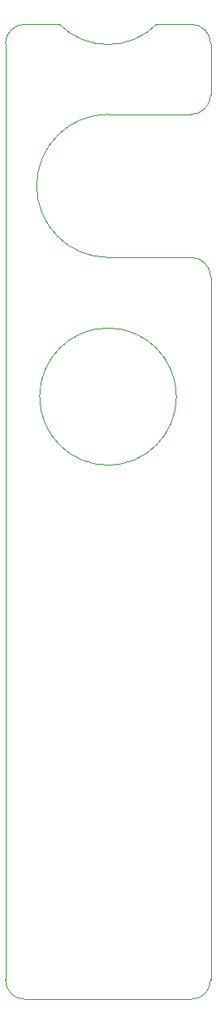
<source format=gm1>
G04 #@! TF.GenerationSoftware,KiCad,Pcbnew,(5.1.5)-3*
G04 #@! TF.CreationDate,2020-04-21T12:57:46+02:00*
G04 #@! TF.ProjectId,RHS_3_Simple,5248535f-335f-4536-996d-706c652e6b69,rev?*
G04 #@! TF.SameCoordinates,Original*
G04 #@! TF.FileFunction,Profile,NP*
%FSLAX46Y46*%
G04 Gerber Fmt 4.6, Leading zero omitted, Abs format (unit mm)*
G04 Created by KiCad (PCBNEW (5.1.5)-3) date 2020-04-21 12:57:46*
%MOMM*%
%LPD*%
G04 APERTURE LIST*
%ADD10C,0.050000*%
G04 APERTURE END LIST*
D10*
X105000000Y-83500000D02*
G75*
G02X95000000Y-83500000I-5000000J5000000D01*
G01*
X89500000Y-85500000D02*
G75*
G02X91500000Y-83500000I2000000J0D01*
G01*
X95000000Y-83500000D02*
X91500000Y-83500000D01*
X108500000Y-83500000D02*
G75*
G02X110500000Y-85500000I0J-2000000D01*
G01*
X105000000Y-83500000D02*
X108500000Y-83500000D01*
X91500000Y-183000000D02*
X108500000Y-183000000D01*
X91500000Y-183000000D02*
G75*
G02X89500000Y-181000000I0J2000000D01*
G01*
X108500000Y-107300000D02*
G75*
G02X110500000Y-109300000I0J-2000000D01*
G01*
X108500000Y-183000000D02*
G75*
G03X110500000Y-181000000I0J2000000D01*
G01*
X110500000Y-90700000D02*
G75*
G02X108500000Y-92700000I-2000000J0D01*
G01*
X110500000Y-109300000D02*
X110500000Y-181000000D01*
X100000000Y-107300000D02*
X108500000Y-107300000D01*
X110500000Y-90700000D02*
X110500000Y-85500000D01*
X100000000Y-92700000D02*
X108500000Y-92700000D01*
X89500000Y-181000000D02*
X89500000Y-85500000D01*
X107000000Y-121500000D02*
G75*
G03X107000000Y-121500000I-7000000J0D01*
G01*
X100000000Y-107300000D02*
G75*
G02X100000000Y-92700000I0J7300000D01*
G01*
M02*

</source>
